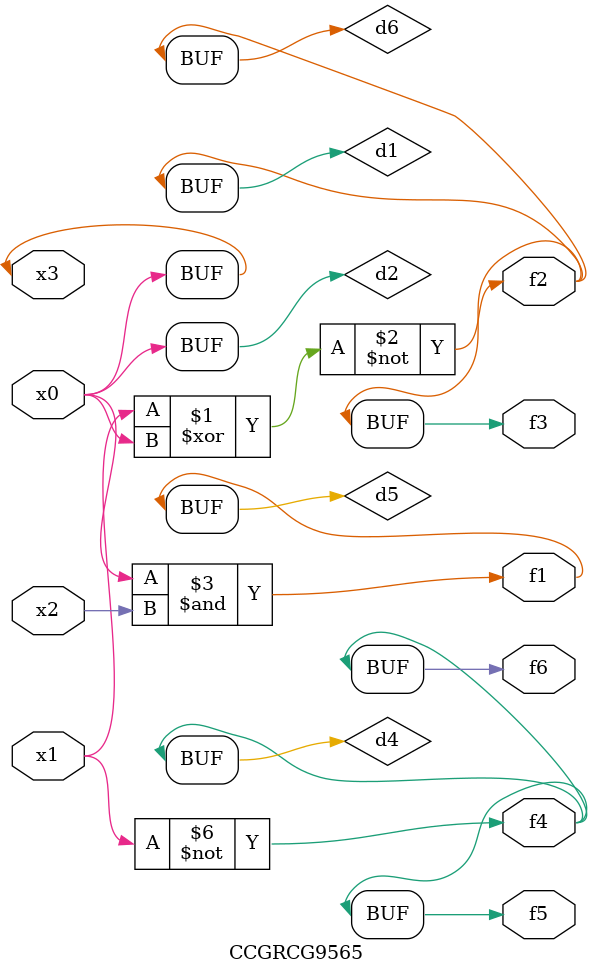
<source format=v>
module CCGRCG9565(
	input x0, x1, x2, x3,
	output f1, f2, f3, f4, f5, f6
);

	wire d1, d2, d3, d4, d5, d6;

	xnor (d1, x1, x3);
	buf (d2, x0, x3);
	nand (d3, x0, x2);
	not (d4, x1);
	nand (d5, d3);
	or (d6, d1);
	assign f1 = d5;
	assign f2 = d6;
	assign f3 = d6;
	assign f4 = d4;
	assign f5 = d4;
	assign f6 = d4;
endmodule

</source>
